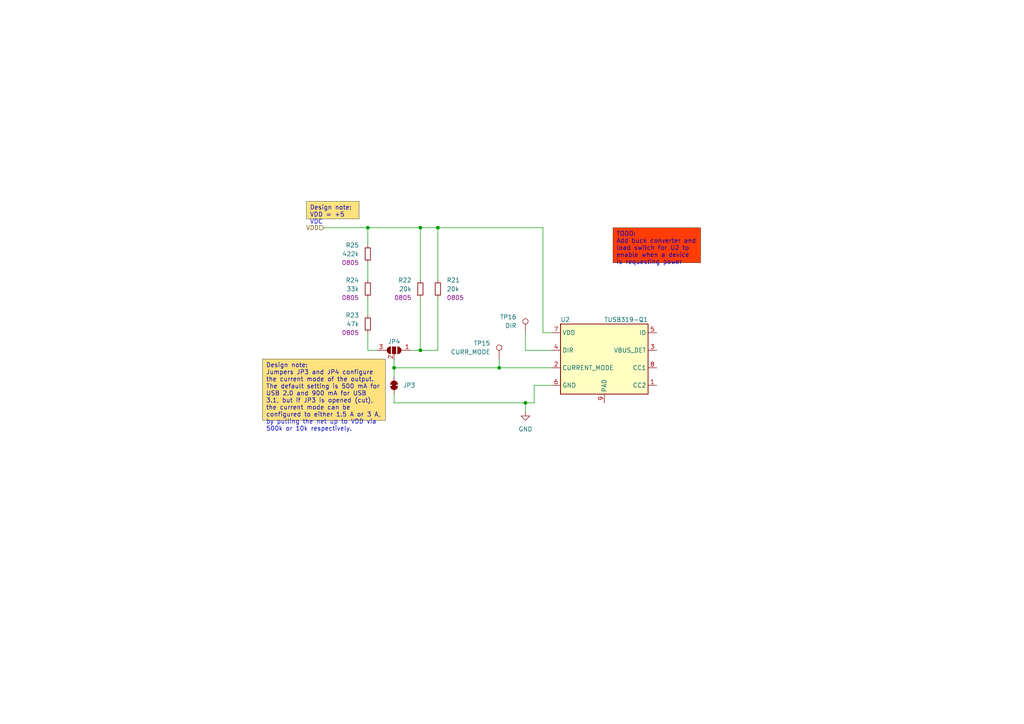
<source format=kicad_sch>
(kicad_sch (version 20250114) (generator "eeschema") (generator_version "9.0")
  (paper "A4")
  (title_block (title "Li-Ion pack 4 cell") (date "2025-09-17") (rev "1.0") (company "Egill Milan Gunnarsson") (comment 1 "Author"))
  (lib_symbols
    (symbol "Integrated_Circuits:U-USBC_controller-TUSB319_Q1-8WFDFN_EP-SMD"
      (property "Reference" "U" (at -12.7 13.97 0))
      (property "Value" "TUSB319-Q1" (at 12.7 13.97 0))
      (symbol "U-USBC_controller-TUSB319_Q1-8WFDFN_EP-SMD_0_1"
        (rectangle (start -12.7 12.7) (end 12.7 -7.62) (stroke (width 0.254)) (fill (type background)))
      )
      (symbol "U-USBC_controller-TUSB319_Q1-8WFDFN_EP-SMD_1_0"
        (pin power_in line (at -15.24 -5.08 0) (length 2.54) (name "GND") (number "6"))
        (pin output line (at 15.24 10.16 180) (length 2.54) (name "ID") (number "5"))
      )
      (symbol "U-USBC_controller-TUSB319_Q1-8WFDFN_EP-SMD_1_1"
        (pin power_in line (at -15.24 10.16 0) (length 2.54) (name "VDD") (number "7"))
        (pin output line (at -15.24 5.08 0) (length 2.54) (name "DIR") (number "4"))
        (pin input line (at -15.24 0 0) (length 2.54) (name "CURRENT_MODE") (number "2"))
        (pin input line (at 0 -10.16 90) (length 2.54) (name "PAD") (number "9"))
        (pin input line (at 15.24 5.08 180) (length 2.54) (name "VBUS_DET") (number "3"))
        (pin bidirectional line (at 15.24 0 180) (length 2.54) (name "CC1") (number "8"))
        (pin bidirectional line (at 15.24 -5.08 180) (length 2.54) (name "CC2") (number "1"))
      )
    )
    (symbol "Jumpers:JP-2_Bridged-RoundedPad1.0x1.5mm-Solder" (pin_numbers (hide yes)) (pin_names (offset 0) (hide yes)) (in_bom no)
      (property "Reference" "JP" (at 0 2.54 0))
      (symbol "JP-2_Bridged-RoundedPad1.0x1.5mm-Solder_0_1"
        (rectangle (start -0.508 0.508) (end 0.508 -0.508) (fill (type outline)))
        (polyline (pts (xy -0.254 1.016) (xy -0.254 -1.016)))
        (arc (start -0.254 -1.016) (mid -1.2656 0) (end -0.254 1.016))
        (arc (start -0.254 -1.016) (mid -1.2656 0) (end -0.254 1.016) (fill (type outline)))
        (arc (start 0.254 1.016) (mid 1.2656 0) (end 0.254 -1.016))
        (arc (start 0.254 1.016) (mid 1.2656 0) (end 0.254 -1.016) (fill (type outline)))
        (polyline (pts (xy 0.254 1.016) (xy 0.254 -1.016)))
      )
      (symbol "JP-2_Bridged-RoundedPad1.0x1.5mm-Solder_1_1"
        (pin passive line (at -2.54 0 0) (length 1.27) (name "A") (number "1"))
        (pin passive line (at 2.54 0 180) (length 1.27) (name "B") (number "2"))
      )
    )
    (symbol "Jumpers:JP-3_Open-RoundedPad1.0x1.5mm-Solder" (pin_names (offset 0) (hide yes)) (in_bom no)
      (property "Reference" "JP" (at 0 2.54 0))
      (symbol "JP-3_Open-RoundedPad1.0x1.5mm-Solder_0_1"
        (polyline (pts (xy -2.54 0) (xy -2.032 0)))
        (polyline (pts (xy -1.016 1.016) (xy -1.016 -1.016)))
        (arc (start -1.016 -1.016) (mid -2.0276 0) (end -1.016 1.016))
        (arc (start -1.016 -1.016) (mid -2.0276 0) (end -1.016 1.016) (fill (type outline)))
        (rectangle (start -0.508 1.016) (end 0.508 -1.016) (fill (type outline)))
        (polyline (pts (xy 0 -1.27) (xy 0 -1.016)))
        (arc (start 1.016 1.016) (mid 2.0276 0) (end 1.016 -1.016))
        (arc (start 1.016 1.016) (mid 2.0276 0) (end 1.016 -1.016) (fill (type outline)))
        (polyline (pts (xy 1.016 1.016) (xy 1.016 -1.016)))
        (polyline (pts (xy 2.54 0) (xy 2.032 0)))
      )
      (symbol "JP-3_Open-RoundedPad1.0x1.5mm-Solder_1_1"
        (pin passive line (at -5.08 0 0) (length 2.54) (name "A") (number "1"))
        (pin passive line (at 0 -2.54 90) (length 1.27) (name "C") (number "2"))
        (pin passive line (at 5.08 0 180) (length 2.54) (name "B") (number "3"))
      )
    )
    (symbol "Mech:TP-1.0mm-THM" (pin_numbers (hide yes)) (pin_names (offset 0.762) (hide yes))
      (property "Reference" "TP" (at 0 6.858 0))
      (property "Value" "TestPoint" (at 0 5.08 0))
      (symbol "TP-1.0mm-THM_0_1"
        (circle (center 0 3.302) (radius 0.762))
      )
      (symbol "TP-1.0mm-THM_1_1"
        (pin passive line (at 0 0 90) (length 2.54) (name "1") (number "1"))
      )
    )
    (symbol "Resistors:R0805-20k-0.5%-0.125W-SMD" (pin_numbers (hide yes)) (pin_names (offset 0.254) (hide yes))
      (property "Reference" "R" (at 1.27 2.54 0))
      (property "Value" "20k" (at 1.27 0 0))
      (property "Size Code" "0805" (at 1.27 -2.54 0))
      (symbol "R0805-20k-0.5%-0.125W-SMD_0_1"
        (rectangle (start -0.762 1.778) (end 0.762 -1.778) (stroke (width 0.2032)))
      )
      (symbol "R0805-20k-0.5%-0.125W-SMD_1_1"
        (pin passive line (at 0 2.54 270) (length 0.762) (name "~") (number "1"))
        (pin passive line (at 0 -2.54 90) (length 0.762) (name "~") (number "2"))
      )
    )
    (symbol "Resistors:R0805-33k-0.5%-0.125W-SMD" (pin_numbers (hide yes)) (pin_names (offset 0.254) (hide yes))
      (property "Reference" "R" (at 1.27 2.54 0))
      (property "Value" "33k" (at 1.27 0 0))
      (property "Size Code" "0805" (at 1.27 -2.54 0))
      (symbol "R0805-33k-0.5%-0.125W-SMD_0_1"
        (rectangle (start -0.762 1.778) (end 0.762 -1.778) (stroke (width 0.2032)))
      )
      (symbol "R0805-33k-0.5%-0.125W-SMD_1_1"
        (pin passive line (at 0 2.54 270) (length 0.762) (name "~") (number "1"))
        (pin passive line (at 0 -2.54 90) (length 0.762) (name "~") (number "2"))
      )
    )
    (symbol "Resistors:R0805-422k-1%-0.125W-SMD" (pin_numbers (hide yes)) (pin_names (offset 0.254) (hide yes))
      (property "Reference" "R" (at 1.27 2.54 0))
      (property "Value" "422k" (at 1.27 0 0))
      (property "Size Code" "0805" (at 1.27 -2.54 0))
      (symbol "R0805-422k-1%-0.125W-SMD_0_1"
        (rectangle (start -0.762 1.778) (end 0.762 -1.778) (stroke (width 0.2032)))
      )
      (symbol "R0805-422k-1%-0.125W-SMD_1_1"
        (pin passive line (at 0 2.54 270) (length 0.762) (name "~") (number "1"))
        (pin passive line (at 0 -2.54 90) (length 0.762) (name "~") (number "2"))
      )
    )
    (symbol "Resistors:R0805-47k-1%-0.125W-SMD" (pin_numbers (hide yes)) (pin_names (offset 0.254) (hide yes))
      (property "Reference" "R" (at 1.27 2.54 0))
      (property "Value" "47k" (at 1.27 0 0))
      (property "Size Code" "0805" (at 1.27 -2.54 0))
      (symbol "R0805-47k-1%-0.125W-SMD_0_1"
        (rectangle (start -0.762 1.778) (end 0.762 -1.778) (stroke (width 0.2032)))
      )
      (symbol "R0805-47k-1%-0.125W-SMD_1_1"
        (pin passive line (at 0 2.54 270) (length 0.762) (name "~") (number "1"))
        (pin passive line (at 0 -2.54 90) (length 0.762) (name "~") (number "2"))
      )
    )
    (symbol "power:GND" (power) (pin_numbers (hide yes)) (pin_names (offset 0) (hide yes))
      (property "Value" "GND" (at 0 -3.81 0))
      (symbol "GND_0_1"
        (polyline (pts (xy 0 0) (xy 0 -1.27) (xy 1.27 -1.27) (xy 0 -2.54) (xy -1.27 -1.27) (xy 0 -1.27)))
      )
      (symbol "GND_1_1"
        (pin power_in line (at 0 0 270) (length 0) (name "~") (number "1"))
      )
    )
  )
  (text_box "Design note:\nJumpers JP3 and JP4 configure the current mode of the output. The default setting is 500 mA for USB 2.0 and 900 mA for USB 3.1, but if JP3 is opened (cut), the current mode can be configured to either 1.5 A or 3 A, by pulling the net up to VDD via 500k or 10k respectively." (at 76.2 104.14 0) (size 35.56 17.78) (margins 0.9525 0.9525 0.9525 0.9525) (stroke (width 0.05) (color 0 0 0 1)) (fill (type color) (color 255 225 125 1)) (effects (font (size 1.27 1.27)) (justify left top)))
  (text_box "TODO:\nAdd buck converter and load switch for U2 to enable when a device is requesting power" (at 177.8 66.04 0) (size 25.4 10.16) (margins 0.9525 0.9525 0.9525 0.9525) (stroke (width 0.05) (color 0 0 0 1)) (fill (type color) (color 255 60 2 1)) (effects (font (size 1.27 1.27)) (justify left top)))
  (text_box "Design note:\nVDD = +5 VDC" (at 88.9 58.42 0) (size 15.24 5.08) (margins 0.9525 0.9525 0.9525 0.9525) (stroke (width 0.05) (color 0 0 0 1)) (fill (type color) (color 255 225 125 1)) (effects (font (size 1.27 1.27)) (justify left top)))
  (junction (at 114.3 106.68))
  (junction (at 144.78 106.68))
  (junction (at 127 66.04))
  (junction (at 106.68 66.04))
  (junction (at 152.4 116.84))
  (junction (at 121.92 101.6))
  (junction (at 121.92 66.04))
  (wire (pts (xy 144.78 106.68) (xy 144.78 104.14)))
  (wire (pts (xy 144.78 106.68) (xy 160.02 106.68)))
  (wire (pts (xy 106.68 66.04) (xy 121.92 66.04)))
  (wire (pts (xy 121.92 101.6) (xy 127 101.6)))
  (wire (pts (xy 114.3 104.14) (xy 114.3 106.68)))
  (wire (pts (xy 106.68 86.36) (xy 106.68 91.44)))
  (wire (pts (xy 121.92 66.04) (xy 127 66.04)))
  (wire (pts (xy 160.02 101.6) (xy 152.4 101.6)))
  (wire (pts (xy 157.48 96.52) (xy 160.02 96.52)))
  (wire (pts (xy 106.68 101.6) (xy 109.22 101.6)))
  (wire (pts (xy 93.98 66.04) (xy 106.68 66.04)))
  (wire (pts (xy 127 66.04) (xy 157.48 66.04)))
  (wire (pts (xy 154.94 111.76) (xy 154.94 116.84)))
  (wire (pts (xy 160.02 111.76) (xy 154.94 111.76)))
  (wire (pts (xy 152.4 116.84) (xy 114.3 116.84)))
  (wire (pts (xy 106.68 71.12) (xy 106.68 66.04)))
  (wire (pts (xy 152.4 96.52) (xy 152.4 101.6)))
  (wire (pts (xy 106.68 76.2) (xy 106.68 81.28)))
  (wire (pts (xy 121.92 86.36) (xy 121.92 101.6)))
  (wire (pts (xy 114.3 106.68) (xy 144.78 106.68)))
  (wire (pts (xy 157.48 66.04) (xy 157.48 96.52)))
  (wire (pts (xy 106.68 96.52) (xy 106.68 101.6)))
  (wire (pts (xy 152.4 116.84) (xy 152.4 119.38)))
  (wire (pts (xy 119.38 101.6) (xy 121.92 101.6)))
  (wire (pts (xy 127 66.04) (xy 127 81.28)))
  (wire (pts (xy 127 86.36) (xy 127 101.6)))
  (wire (pts (xy 154.94 116.84) (xy 152.4 116.84)))
  (wire (pts (xy 121.92 66.04) (xy 121.92 81.28)))
  (wire (pts (xy 114.3 106.68) (xy 114.3 109.22)))
  (wire (pts (xy 114.3 114.3) (xy 114.3 116.84)))
  (hierarchical_label "VDD" (shape input) (at 93.98 66.04 180))
  (symbol (lib_id "Integrated_Circuits:U-USBC_controller-TUSB319_Q1-8WFDFN_EP-SMD") (at 175.26 106.68 0) (unit 1)
    (property "Reference" "U2" (at 162.56 92.71 0) (effects (justify left)))
    (property "Value" "TUSB319-Q1" (at 187.96 92.71 0) (effects (justify right)))
    (property "Footprint" "Integrated_Circuits:WSON-8-1EP_2x2mm_P0.5mm_EP0.5x1.8mm_ThermalVia" (effects (hide yes)))
    (property "Datasheet" "https://www.ti.com/lit/ds/symlink/tusb319-q1.pdf" (effects (hide yes)))
    (property "Description" "USB, Type-C Controller PMIC 8-WSON (2x2)" (effects (hide yes)))
    (property "Manufacturer part number" "TUSB319IDRFRQ1" (effects (hide yes)))
  )
  (symbol (lib_id "Resistors:R0805-33k-0.5%-0.125W-SMD") (at 106.68 83.82 0) (mirror y) (unit 1)
    (property "Reference" "R24" (at 104.14 81.28 0) (effects (justify left)))
    (property "Value" "33k" (at 104.14 83.82 0) (effects (justify left)))
    (property "Footprint" "Resistors:R_0805_2012Metric" (effects (hide yes)))
    (property "Size Code" "0805" (at 104.14 86.36 0) (effects (justify left)))
  )
  (symbol (lib_id "Mech:TP-1.0mm-THM") (at 152.4 96.52 0) (mirror y) (unit 1)
    (property "Reference" "TP16" (at 149.86 91.948 0) (effects (justify left)))
    (property "Value" "DIR" (at 149.86 94.488 0) (effects (justify left)))
    (property "Footprint" "Mech:TP-1.0mm-THM" (effects (hide yes)))
    (property "Description" "wire loop with bead as test point, loop diameter 1.8mm, hole diameter 1.0mm" (effects (hide yes)))
  )
  (symbol (lib_id "Resistors:R0805-20k-0.5%-0.125W-SMD") (at 121.92 83.82 0) (mirror y) (unit 1)
    (property "Reference" "R22" (at 119.38 81.28 0) (effects (justify left)))
    (property "Value" "20k" (at 119.38 83.82 0) (effects (justify left)))
    (property "Footprint" "Resistors:R_0805_2012Metric" (effects (hide yes)))
    (property "Size Code" "0805" (at 119.38 86.36 0) (effects (justify left)))
  )
  (symbol (lib_id "power:GND") (at 152.4 119.38 0) (unit 1)
    (property "Reference" "#PWR016" (effects (hide yes)))
    (property "Value" "GND" (at 152.4 124.46 0))
    (property "Description" "Power symbol creates a global label with name \"GND\" , ground" (effects (hide yes)))
  )
  (symbol (lib_id "Resistors:R0805-47k-1%-0.125W-SMD") (at 106.68 93.98 0) (mirror y) (unit 1)
    (property "Reference" "R23" (at 104.14 91.44 0) (effects (justify left)))
    (property "Value" "47k" (at 104.14 93.98 0) (effects (justify left)))
    (property "Footprint" "Resistors:R_0805_2012Metric" (effects (hide yes)))
    (property "Size Code" "0805" (at 104.14 96.52 0) (effects (justify left)))
  )
  (symbol (lib_id "Resistors:R0805-422k-1%-0.125W-SMD") (at 106.68 73.66 0) (mirror y) (unit 1)
    (property "Reference" "R25" (at 104.14 71.12 0) (effects (justify left)))
    (property "Value" "422k" (at 104.14 73.66 0) (effects (justify left)))
    (property "Footprint" "Resistors:R_0805_2012Metric" (effects (hide yes)))
    (property "Size Code" "0805" (at 104.14 76.2 0) (effects (justify left)))
  )
  (symbol (lib_id "Mech:TP-1.0mm-THM") (at 144.78 104.14 0) (mirror y) (unit 1)
    (property "Reference" "TP15" (at 142.24 99.568 0) (effects (justify left)))
    (property "Value" "CURR_MODE" (at 142.24 102.108 0) (effects (justify left)))
    (property "Footprint" "Mech:TP-1.0mm-THM" (effects (hide yes)))
    (property "Description" "wire loop with bead as test point, loop diameter 1.8mm, hole diameter 1.0mm" (effects (hide yes)))
  )
  (symbol (lib_id "Jumpers:JP-3_Open-RoundedPad1.0x1.5mm-Solder") (at 114.3 101.6 0) (mirror y) (unit 1) (in_bom no)
    (property "Reference" "JP4" (at 114.3 99.06 0))
    (property "Footprint" "Jumpers:JP-3_Open-RoundedPad1.0x1.5mm-Solder" (effects (hide yes)))
    (property "Description" "Solder Jumper, 3-pole, open" (effects (hide yes)))
  )
  (symbol (lib_id "Resistors:R0805-20k-0.5%-0.125W-SMD") (at 127 83.82 0) (unit 1)
    (property "Reference" "R21" (at 129.54 81.28 0) (effects (justify left)))
    (property "Value" "20k" (at 129.54 83.82 0) (effects (justify left)))
    (property "Footprint" "Resistors:R_0805_2012Metric" (effects (hide yes)))
    (property "Size Code" "0805" (at 129.54 86.36 0) (effects (justify left)))
  )
  (symbol (lib_id "Jumpers:JP-2_Bridged-RoundedPad1.0x1.5mm-Solder") (at 114.3 111.76 270) (mirror x) (unit 1) (in_bom no)
    (property "Reference" "JP3" (at 116.84 111.76 90) (effects (justify left)))
    (property "Footprint" "Jumpers:JP-2_Bridged-RoundedPad1.0x1.5mm-Solder" (effects (hide yes)))
    (property "Description" "Solder Jumper, 2-pole, closed/bridged" (effects (hide yes)))
  )
)
</source>
